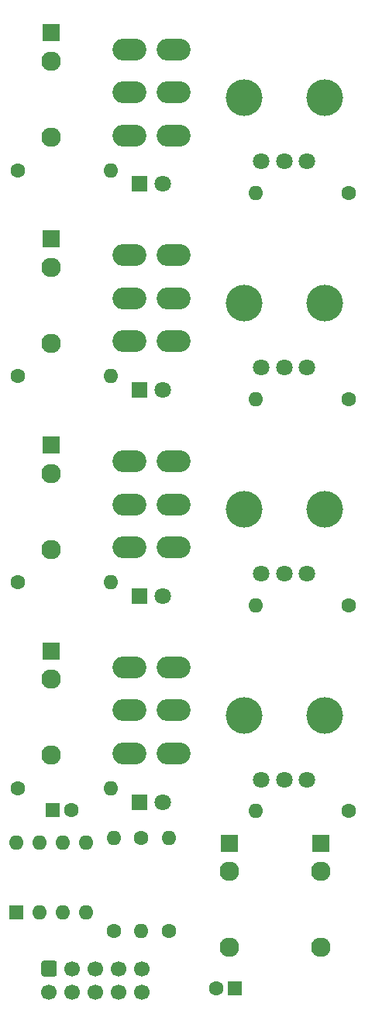
<source format=gts>
G04 #@! TF.GenerationSoftware,KiCad,Pcbnew,7.0.7-7.0.7~ubuntu22.04.1*
G04 #@! TF.CreationDate,2023-10-13T14:43:32+01:00*
G04 #@! TF.ProjectId,Basic-DC-mixer,42617369-632d-4444-932d-6d697865722e,rev?*
G04 #@! TF.SameCoordinates,Original*
G04 #@! TF.FileFunction,Soldermask,Top*
G04 #@! TF.FilePolarity,Negative*
%FSLAX46Y46*%
G04 Gerber Fmt 4.6, Leading zero omitted, Abs format (unit mm)*
G04 Created by KiCad (PCBNEW 7.0.7-7.0.7~ubuntu22.04.1) date 2023-10-13 14:43:32*
%MOMM*%
%LPD*%
G01*
G04 APERTURE LIST*
%ADD10C,4.000000*%
%ADD11C,1.800000*%
%ADD12R,1.930000X1.830000*%
%ADD13C,2.130000*%
%ADD14O,3.700000X2.400000*%
%ADD15C,1.600000*%
%ADD16O,1.600000X1.600000*%
%ADD17R,1.800000X1.800000*%
%ADD18R,1.600000X1.600000*%
%ADD19C,1.700000*%
G04 APERTURE END LIST*
D10*
X56600000Y-85550000D03*
X65400000Y-85550000D03*
D11*
X58500000Y-92550000D03*
X61000000Y-92550000D03*
X63500000Y-92550000D03*
D10*
X56600000Y-108050000D03*
X65400000Y-108050000D03*
D11*
X58500000Y-115050000D03*
X61000000Y-115050000D03*
X63500000Y-115050000D03*
D12*
X55000000Y-122000000D03*
D13*
X55000000Y-133400000D03*
X55000000Y-125100000D03*
D14*
X44100000Y-102800000D03*
X44100000Y-107500000D03*
X44100000Y-112200000D03*
X48900000Y-102800000D03*
X48900000Y-107500000D03*
X48900000Y-112200000D03*
D15*
X42400000Y-131580000D03*
D16*
X42400000Y-121420000D03*
D17*
X45225000Y-72500000D03*
D11*
X47765000Y-72500000D03*
D15*
X68080000Y-118500000D03*
D16*
X57920000Y-118500000D03*
D15*
X68080000Y-96000000D03*
D16*
X57920000Y-96000000D03*
D10*
X56600000Y-63050000D03*
X65400000Y-63050000D03*
D11*
X58500000Y-70050000D03*
X61000000Y-70050000D03*
X63500000Y-70050000D03*
D15*
X31920000Y-48500000D03*
D16*
X42080000Y-48500000D03*
D12*
X35500000Y-56000000D03*
D13*
X35500000Y-67400000D03*
X35500000Y-59100000D03*
D15*
X31920000Y-116000000D03*
D16*
X42080000Y-116000000D03*
D17*
X45225000Y-95000000D03*
D11*
X47765000Y-95000000D03*
D12*
X35500000Y-78500000D03*
D13*
X35500000Y-89900000D03*
X35500000Y-81600000D03*
D12*
X35500000Y-101000000D03*
D13*
X35500000Y-112400000D03*
X35500000Y-104100000D03*
D15*
X31920000Y-71000000D03*
D16*
X42080000Y-71000000D03*
D12*
X35500000Y-33500000D03*
D13*
X35500000Y-44900000D03*
X35500000Y-36600000D03*
D15*
X48400000Y-131580000D03*
D16*
X48400000Y-121420000D03*
D14*
X44100000Y-35300000D03*
X44100000Y-40000000D03*
X44100000Y-44700000D03*
X48900000Y-35300000D03*
X48900000Y-40000000D03*
X48900000Y-44700000D03*
D10*
X56600000Y-40550000D03*
X65400000Y-40550000D03*
D11*
X58500000Y-47550000D03*
X61000000Y-47550000D03*
X63500000Y-47550000D03*
D15*
X31920000Y-93500000D03*
D16*
X42080000Y-93500000D03*
D17*
X45225000Y-117500000D03*
D11*
X47765000Y-117500000D03*
D15*
X68080000Y-73500000D03*
D16*
X57920000Y-73500000D03*
D15*
X68080000Y-51000000D03*
D16*
X57920000Y-51000000D03*
D14*
X44100000Y-80300000D03*
X44100000Y-85000000D03*
X44100000Y-89700000D03*
X48900000Y-80300000D03*
X48900000Y-85000000D03*
X48900000Y-89700000D03*
X44100000Y-57800000D03*
X44100000Y-62500000D03*
X44100000Y-67200000D03*
X48900000Y-57800000D03*
X48900000Y-62500000D03*
X48900000Y-67200000D03*
D15*
X45400000Y-121420000D03*
D16*
X45400000Y-131580000D03*
D12*
X65000000Y-122000000D03*
D13*
X65000000Y-133400000D03*
X65000000Y-125100000D03*
D17*
X45225000Y-50000000D03*
D11*
X47765000Y-50000000D03*
D18*
X31700000Y-129600000D03*
D16*
X34240000Y-129600000D03*
X36780000Y-129600000D03*
X39320000Y-129600000D03*
X39320000Y-121980000D03*
X36780000Y-121980000D03*
X34240000Y-121980000D03*
X31700000Y-121980000D03*
D18*
X35744888Y-118400000D03*
D15*
X37744888Y-118400000D03*
D18*
X55600000Y-137900000D03*
D15*
X53600000Y-137900000D03*
G36*
G01*
X34720000Y-134850000D02*
X35920000Y-134850000D01*
G75*
G02*
X36170000Y-135100000I0J-250000D01*
G01*
X36170000Y-136300000D01*
G75*
G02*
X35920000Y-136550000I-250000J0D01*
G01*
X34720000Y-136550000D01*
G75*
G02*
X34470000Y-136300000I0J250000D01*
G01*
X34470000Y-135100000D01*
G75*
G02*
X34720000Y-134850000I250000J0D01*
G01*
G37*
D19*
X35320000Y-138240000D03*
X37860000Y-135700000D03*
X37860000Y-138240000D03*
X40400000Y-135700000D03*
X40400000Y-138240000D03*
X42940000Y-135700000D03*
X42940000Y-138240000D03*
X45480000Y-135700000D03*
X45480000Y-138240000D03*
M02*

</source>
